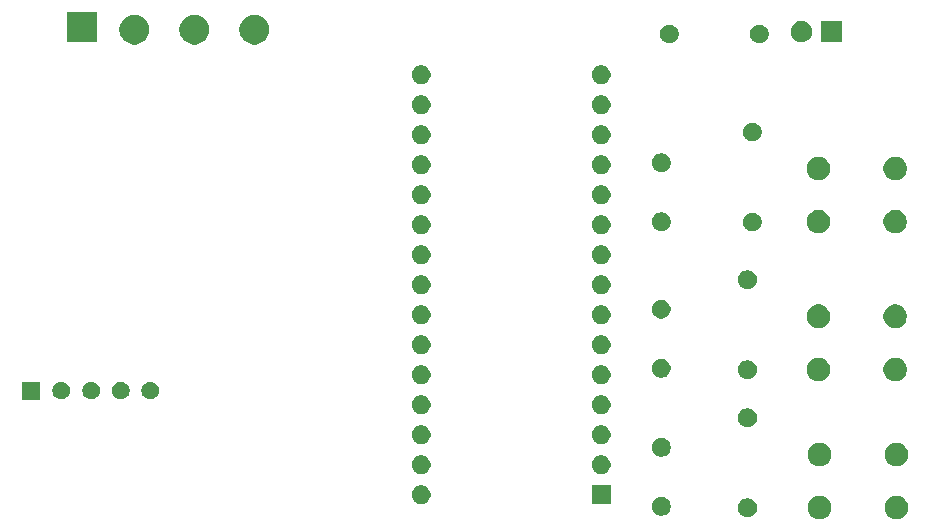
<source format=gbr>
G04 #@! TF.GenerationSoftware,KiCad,Pcbnew,9.0.2*
G04 #@! TF.CreationDate,2025-12-29T14:16:25-08:00*
G04 #@! TF.ProjectId,akshera,616b7368-6572-4612-9e6b-696361645f70,rev?*
G04 #@! TF.SameCoordinates,Original*
G04 #@! TF.FileFunction,Soldermask,Top*
G04 #@! TF.FilePolarity,Negative*
%FSLAX46Y46*%
G04 Gerber Fmt 4.6, Leading zero omitted, Abs format (unit mm)*
G04 Created by KiCad (PCBNEW 9.0.2) date 2025-12-29 14:16:25*
%MOMM*%
%LPD*%
G01*
G04 APERTURE LIST*
G04 APERTURE END LIST*
G36*
X200390285Y-101743060D02*
G01*
X200571397Y-101818079D01*
X200734393Y-101926990D01*
X200873010Y-102065607D01*
X200981921Y-102228603D01*
X201056940Y-102409715D01*
X201095185Y-102601983D01*
X201095185Y-102798017D01*
X201056940Y-102990285D01*
X200981921Y-103171397D01*
X200873010Y-103334393D01*
X200734393Y-103473010D01*
X200571397Y-103581921D01*
X200390285Y-103656940D01*
X200198017Y-103695185D01*
X200001983Y-103695185D01*
X199809715Y-103656940D01*
X199628603Y-103581921D01*
X199465607Y-103473010D01*
X199326990Y-103334393D01*
X199218079Y-103171397D01*
X199143060Y-102990285D01*
X199104815Y-102798017D01*
X199104815Y-102601983D01*
X199143060Y-102409715D01*
X199218079Y-102228603D01*
X199326990Y-102065607D01*
X199465607Y-101926990D01*
X199628603Y-101818079D01*
X199809715Y-101743060D01*
X200001983Y-101704815D01*
X200198017Y-101704815D01*
X200390285Y-101743060D01*
G37*
G36*
X206890285Y-101743060D02*
G01*
X207071397Y-101818079D01*
X207234393Y-101926990D01*
X207373010Y-102065607D01*
X207481921Y-102228603D01*
X207556940Y-102409715D01*
X207595185Y-102601983D01*
X207595185Y-102798017D01*
X207556940Y-102990285D01*
X207481921Y-103171397D01*
X207373010Y-103334393D01*
X207234393Y-103473010D01*
X207071397Y-103581921D01*
X206890285Y-103656940D01*
X206698017Y-103695185D01*
X206501983Y-103695185D01*
X206309715Y-103656940D01*
X206128603Y-103581921D01*
X205965607Y-103473010D01*
X205826990Y-103334393D01*
X205718079Y-103171397D01*
X205643060Y-102990285D01*
X205604815Y-102798017D01*
X205604815Y-102601983D01*
X205643060Y-102409715D01*
X205718079Y-102228603D01*
X205826990Y-102065607D01*
X205965607Y-101926990D01*
X206128603Y-101818079D01*
X206309715Y-101743060D01*
X206501983Y-101704815D01*
X206698017Y-101704815D01*
X206890285Y-101743060D01*
G37*
G36*
X194232228Y-101954448D02*
G01*
X194377117Y-102014463D01*
X194507515Y-102101592D01*
X194618408Y-102212485D01*
X194705537Y-102342883D01*
X194765552Y-102487772D01*
X194796148Y-102641586D01*
X194796148Y-102798414D01*
X194765552Y-102952228D01*
X194705537Y-103097117D01*
X194618408Y-103227515D01*
X194507515Y-103338408D01*
X194377117Y-103425537D01*
X194232228Y-103485552D01*
X194078414Y-103516148D01*
X193921586Y-103516148D01*
X193767772Y-103485552D01*
X193622883Y-103425537D01*
X193492485Y-103338408D01*
X193381592Y-103227515D01*
X193294463Y-103097117D01*
X193234448Y-102952228D01*
X193203852Y-102798414D01*
X193203852Y-102641586D01*
X193234448Y-102487772D01*
X193294463Y-102342883D01*
X193381592Y-102212485D01*
X193492485Y-102101592D01*
X193622883Y-102014463D01*
X193767772Y-101954448D01*
X193921586Y-101923852D01*
X194078414Y-101923852D01*
X194232228Y-101954448D01*
G37*
G36*
X186932228Y-101834448D02*
G01*
X187077117Y-101894463D01*
X187207515Y-101981592D01*
X187318408Y-102092485D01*
X187405537Y-102222883D01*
X187465552Y-102367772D01*
X187496148Y-102521586D01*
X187496148Y-102678414D01*
X187465552Y-102832228D01*
X187405537Y-102977117D01*
X187318408Y-103107515D01*
X187207515Y-103218408D01*
X187077117Y-103305537D01*
X186932228Y-103365552D01*
X186778414Y-103396148D01*
X186621586Y-103396148D01*
X186467772Y-103365552D01*
X186322883Y-103305537D01*
X186192485Y-103218408D01*
X186081592Y-103107515D01*
X185994463Y-102977117D01*
X185934448Y-102832228D01*
X185903852Y-102678414D01*
X185903852Y-102521586D01*
X185934448Y-102367772D01*
X185994463Y-102222883D01*
X186081592Y-102092485D01*
X186192485Y-101981592D01*
X186322883Y-101894463D01*
X186467772Y-101834448D01*
X186621586Y-101803852D01*
X186778414Y-101803852D01*
X186932228Y-101834448D01*
G37*
G36*
X182410000Y-102400000D02*
G01*
X180810000Y-102400000D01*
X180810000Y-100800000D01*
X182410000Y-100800000D01*
X182410000Y-102400000D01*
G37*
G36*
X166602228Y-100834448D02*
G01*
X166747117Y-100894463D01*
X166877515Y-100981592D01*
X166988408Y-101092485D01*
X167075537Y-101222883D01*
X167135552Y-101367772D01*
X167166148Y-101521586D01*
X167166148Y-101678414D01*
X167135552Y-101832228D01*
X167075537Y-101977117D01*
X166988408Y-102107515D01*
X166877515Y-102218408D01*
X166747117Y-102305537D01*
X166602228Y-102365552D01*
X166448414Y-102396148D01*
X166291586Y-102396148D01*
X166137772Y-102365552D01*
X165992883Y-102305537D01*
X165862485Y-102218408D01*
X165751592Y-102107515D01*
X165664463Y-101977117D01*
X165604448Y-101832228D01*
X165573852Y-101678414D01*
X165573852Y-101521586D01*
X165604448Y-101367772D01*
X165664463Y-101222883D01*
X165751592Y-101092485D01*
X165862485Y-100981592D01*
X165992883Y-100894463D01*
X166137772Y-100834448D01*
X166291586Y-100803852D01*
X166448414Y-100803852D01*
X166602228Y-100834448D01*
G37*
G36*
X166602228Y-98294448D02*
G01*
X166747117Y-98354463D01*
X166877515Y-98441592D01*
X166988408Y-98552485D01*
X167075537Y-98682883D01*
X167135552Y-98827772D01*
X167166148Y-98981586D01*
X167166148Y-99138414D01*
X167135552Y-99292228D01*
X167075537Y-99437117D01*
X166988408Y-99567515D01*
X166877515Y-99678408D01*
X166747117Y-99765537D01*
X166602228Y-99825552D01*
X166448414Y-99856148D01*
X166291586Y-99856148D01*
X166137772Y-99825552D01*
X165992883Y-99765537D01*
X165862485Y-99678408D01*
X165751592Y-99567515D01*
X165664463Y-99437117D01*
X165604448Y-99292228D01*
X165573852Y-99138414D01*
X165573852Y-98981586D01*
X165604448Y-98827772D01*
X165664463Y-98682883D01*
X165751592Y-98552485D01*
X165862485Y-98441592D01*
X165992883Y-98354463D01*
X166137772Y-98294448D01*
X166291586Y-98263852D01*
X166448414Y-98263852D01*
X166602228Y-98294448D01*
G37*
G36*
X181842228Y-98294448D02*
G01*
X181987117Y-98354463D01*
X182117515Y-98441592D01*
X182228408Y-98552485D01*
X182315537Y-98682883D01*
X182375552Y-98827772D01*
X182406148Y-98981586D01*
X182406148Y-99138414D01*
X182375552Y-99292228D01*
X182315537Y-99437117D01*
X182228408Y-99567515D01*
X182117515Y-99678408D01*
X181987117Y-99765537D01*
X181842228Y-99825552D01*
X181688414Y-99856148D01*
X181531586Y-99856148D01*
X181377772Y-99825552D01*
X181232883Y-99765537D01*
X181102485Y-99678408D01*
X180991592Y-99567515D01*
X180904463Y-99437117D01*
X180844448Y-99292228D01*
X180813852Y-99138414D01*
X180813852Y-98981586D01*
X180844448Y-98827772D01*
X180904463Y-98682883D01*
X180991592Y-98552485D01*
X181102485Y-98441592D01*
X181232883Y-98354463D01*
X181377772Y-98294448D01*
X181531586Y-98263852D01*
X181688414Y-98263852D01*
X181842228Y-98294448D01*
G37*
G36*
X200390285Y-97243060D02*
G01*
X200571397Y-97318079D01*
X200734393Y-97426990D01*
X200873010Y-97565607D01*
X200981921Y-97728603D01*
X201056940Y-97909715D01*
X201095185Y-98101983D01*
X201095185Y-98298017D01*
X201056940Y-98490285D01*
X200981921Y-98671397D01*
X200873010Y-98834393D01*
X200734393Y-98973010D01*
X200571397Y-99081921D01*
X200390285Y-99156940D01*
X200198017Y-99195185D01*
X200001983Y-99195185D01*
X199809715Y-99156940D01*
X199628603Y-99081921D01*
X199465607Y-98973010D01*
X199326990Y-98834393D01*
X199218079Y-98671397D01*
X199143060Y-98490285D01*
X199104815Y-98298017D01*
X199104815Y-98101983D01*
X199143060Y-97909715D01*
X199218079Y-97728603D01*
X199326990Y-97565607D01*
X199465607Y-97426990D01*
X199628603Y-97318079D01*
X199809715Y-97243060D01*
X200001983Y-97204815D01*
X200198017Y-97204815D01*
X200390285Y-97243060D01*
G37*
G36*
X206890285Y-97243060D02*
G01*
X207071397Y-97318079D01*
X207234393Y-97426990D01*
X207373010Y-97565607D01*
X207481921Y-97728603D01*
X207556940Y-97909715D01*
X207595185Y-98101983D01*
X207595185Y-98298017D01*
X207556940Y-98490285D01*
X207481921Y-98671397D01*
X207373010Y-98834393D01*
X207234393Y-98973010D01*
X207071397Y-99081921D01*
X206890285Y-99156940D01*
X206698017Y-99195185D01*
X206501983Y-99195185D01*
X206309715Y-99156940D01*
X206128603Y-99081921D01*
X205965607Y-98973010D01*
X205826990Y-98834393D01*
X205718079Y-98671397D01*
X205643060Y-98490285D01*
X205604815Y-98298017D01*
X205604815Y-98101983D01*
X205643060Y-97909715D01*
X205718079Y-97728603D01*
X205826990Y-97565607D01*
X205965607Y-97426990D01*
X206128603Y-97318079D01*
X206309715Y-97243060D01*
X206501983Y-97204815D01*
X206698017Y-97204815D01*
X206890285Y-97243060D01*
G37*
G36*
X186932228Y-96834448D02*
G01*
X187077117Y-96894463D01*
X187207515Y-96981592D01*
X187318408Y-97092485D01*
X187405537Y-97222883D01*
X187465552Y-97367772D01*
X187496148Y-97521586D01*
X187496148Y-97678414D01*
X187465552Y-97832228D01*
X187405537Y-97977117D01*
X187318408Y-98107515D01*
X187207515Y-98218408D01*
X187077117Y-98305537D01*
X186932228Y-98365552D01*
X186778414Y-98396148D01*
X186621586Y-98396148D01*
X186467772Y-98365552D01*
X186322883Y-98305537D01*
X186192485Y-98218408D01*
X186081592Y-98107515D01*
X185994463Y-97977117D01*
X185934448Y-97832228D01*
X185903852Y-97678414D01*
X185903852Y-97521586D01*
X185934448Y-97367772D01*
X185994463Y-97222883D01*
X186081592Y-97092485D01*
X186192485Y-96981592D01*
X186322883Y-96894463D01*
X186467772Y-96834448D01*
X186621586Y-96803852D01*
X186778414Y-96803852D01*
X186932228Y-96834448D01*
G37*
G36*
X166602228Y-95754448D02*
G01*
X166747117Y-95814463D01*
X166877515Y-95901592D01*
X166988408Y-96012485D01*
X167075537Y-96142883D01*
X167135552Y-96287772D01*
X167166148Y-96441586D01*
X167166148Y-96598414D01*
X167135552Y-96752228D01*
X167075537Y-96897117D01*
X166988408Y-97027515D01*
X166877515Y-97138408D01*
X166747117Y-97225537D01*
X166602228Y-97285552D01*
X166448414Y-97316148D01*
X166291586Y-97316148D01*
X166137772Y-97285552D01*
X165992883Y-97225537D01*
X165862485Y-97138408D01*
X165751592Y-97027515D01*
X165664463Y-96897117D01*
X165604448Y-96752228D01*
X165573852Y-96598414D01*
X165573852Y-96441586D01*
X165604448Y-96287772D01*
X165664463Y-96142883D01*
X165751592Y-96012485D01*
X165862485Y-95901592D01*
X165992883Y-95814463D01*
X166137772Y-95754448D01*
X166291586Y-95723852D01*
X166448414Y-95723852D01*
X166602228Y-95754448D01*
G37*
G36*
X181842228Y-95754448D02*
G01*
X181987117Y-95814463D01*
X182117515Y-95901592D01*
X182228408Y-96012485D01*
X182315537Y-96142883D01*
X182375552Y-96287772D01*
X182406148Y-96441586D01*
X182406148Y-96598414D01*
X182375552Y-96752228D01*
X182315537Y-96897117D01*
X182228408Y-97027515D01*
X182117515Y-97138408D01*
X181987117Y-97225537D01*
X181842228Y-97285552D01*
X181688414Y-97316148D01*
X181531586Y-97316148D01*
X181377772Y-97285552D01*
X181232883Y-97225537D01*
X181102485Y-97138408D01*
X180991592Y-97027515D01*
X180904463Y-96897117D01*
X180844448Y-96752228D01*
X180813852Y-96598414D01*
X180813852Y-96441586D01*
X180844448Y-96287772D01*
X180904463Y-96142883D01*
X180991592Y-96012485D01*
X181102485Y-95901592D01*
X181232883Y-95814463D01*
X181377772Y-95754448D01*
X181531586Y-95723852D01*
X181688414Y-95723852D01*
X181842228Y-95754448D01*
G37*
G36*
X194232228Y-94334448D02*
G01*
X194377117Y-94394463D01*
X194507515Y-94481592D01*
X194618408Y-94592485D01*
X194705537Y-94722883D01*
X194765552Y-94867772D01*
X194796148Y-95021586D01*
X194796148Y-95178414D01*
X194765552Y-95332228D01*
X194705537Y-95477117D01*
X194618408Y-95607515D01*
X194507515Y-95718408D01*
X194377117Y-95805537D01*
X194232228Y-95865552D01*
X194078414Y-95896148D01*
X193921586Y-95896148D01*
X193767772Y-95865552D01*
X193622883Y-95805537D01*
X193492485Y-95718408D01*
X193381592Y-95607515D01*
X193294463Y-95477117D01*
X193234448Y-95332228D01*
X193203852Y-95178414D01*
X193203852Y-95021586D01*
X193234448Y-94867772D01*
X193294463Y-94722883D01*
X193381592Y-94592485D01*
X193492485Y-94481592D01*
X193622883Y-94394463D01*
X193767772Y-94334448D01*
X193921586Y-94303852D01*
X194078414Y-94303852D01*
X194232228Y-94334448D01*
G37*
G36*
X166602228Y-93214448D02*
G01*
X166747117Y-93274463D01*
X166877515Y-93361592D01*
X166988408Y-93472485D01*
X167075537Y-93602883D01*
X167135552Y-93747772D01*
X167166148Y-93901586D01*
X167166148Y-94058414D01*
X167135552Y-94212228D01*
X167075537Y-94357117D01*
X166988408Y-94487515D01*
X166877515Y-94598408D01*
X166747117Y-94685537D01*
X166602228Y-94745552D01*
X166448414Y-94776148D01*
X166291586Y-94776148D01*
X166137772Y-94745552D01*
X165992883Y-94685537D01*
X165862485Y-94598408D01*
X165751592Y-94487515D01*
X165664463Y-94357117D01*
X165604448Y-94212228D01*
X165573852Y-94058414D01*
X165573852Y-93901586D01*
X165604448Y-93747772D01*
X165664463Y-93602883D01*
X165751592Y-93472485D01*
X165862485Y-93361592D01*
X165992883Y-93274463D01*
X166137772Y-93214448D01*
X166291586Y-93183852D01*
X166448414Y-93183852D01*
X166602228Y-93214448D01*
G37*
G36*
X181842228Y-93214448D02*
G01*
X181987117Y-93274463D01*
X182117515Y-93361592D01*
X182228408Y-93472485D01*
X182315537Y-93602883D01*
X182375552Y-93747772D01*
X182406148Y-93901586D01*
X182406148Y-94058414D01*
X182375552Y-94212228D01*
X182315537Y-94357117D01*
X182228408Y-94487515D01*
X182117515Y-94598408D01*
X181987117Y-94685537D01*
X181842228Y-94745552D01*
X181688414Y-94776148D01*
X181531586Y-94776148D01*
X181377772Y-94745552D01*
X181232883Y-94685537D01*
X181102485Y-94598408D01*
X180991592Y-94487515D01*
X180904463Y-94357117D01*
X180844448Y-94212228D01*
X180813852Y-94058414D01*
X180813852Y-93901586D01*
X180844448Y-93747772D01*
X180904463Y-93602883D01*
X180991592Y-93472485D01*
X181102485Y-93361592D01*
X181232883Y-93274463D01*
X181377772Y-93214448D01*
X181531586Y-93183852D01*
X181688414Y-93183852D01*
X181842228Y-93214448D01*
G37*
G36*
X134112000Y-93552000D02*
G01*
X132588000Y-93552000D01*
X132588000Y-92028000D01*
X134112000Y-92028000D01*
X134112000Y-93552000D01*
G37*
G36*
X136111197Y-92060811D02*
G01*
X136249204Y-92117976D01*
X136373408Y-92200966D01*
X136479034Y-92306592D01*
X136562024Y-92430796D01*
X136619189Y-92568803D01*
X136648331Y-92715311D01*
X136648331Y-92864689D01*
X136619189Y-93011197D01*
X136562024Y-93149204D01*
X136479034Y-93273408D01*
X136373408Y-93379034D01*
X136249204Y-93462024D01*
X136111197Y-93519189D01*
X135964689Y-93548331D01*
X135815311Y-93548331D01*
X135668803Y-93519189D01*
X135530796Y-93462024D01*
X135406592Y-93379034D01*
X135300966Y-93273408D01*
X135217976Y-93149204D01*
X135160811Y-93011197D01*
X135131669Y-92864689D01*
X135131669Y-92715311D01*
X135160811Y-92568803D01*
X135217976Y-92430796D01*
X135300966Y-92306592D01*
X135406592Y-92200966D01*
X135530796Y-92117976D01*
X135668803Y-92060811D01*
X135815311Y-92031669D01*
X135964689Y-92031669D01*
X136111197Y-92060811D01*
G37*
G36*
X138651197Y-92060811D02*
G01*
X138789204Y-92117976D01*
X138913408Y-92200966D01*
X139019034Y-92306592D01*
X139102024Y-92430796D01*
X139159189Y-92568803D01*
X139188331Y-92715311D01*
X139188331Y-92864689D01*
X139159189Y-93011197D01*
X139102024Y-93149204D01*
X139019034Y-93273408D01*
X138913408Y-93379034D01*
X138789204Y-93462024D01*
X138651197Y-93519189D01*
X138504689Y-93548331D01*
X138355311Y-93548331D01*
X138208803Y-93519189D01*
X138070796Y-93462024D01*
X137946592Y-93379034D01*
X137840966Y-93273408D01*
X137757976Y-93149204D01*
X137700811Y-93011197D01*
X137671669Y-92864689D01*
X137671669Y-92715311D01*
X137700811Y-92568803D01*
X137757976Y-92430796D01*
X137840966Y-92306592D01*
X137946592Y-92200966D01*
X138070796Y-92117976D01*
X138208803Y-92060811D01*
X138355311Y-92031669D01*
X138504689Y-92031669D01*
X138651197Y-92060811D01*
G37*
G36*
X141151197Y-92060811D02*
G01*
X141289204Y-92117976D01*
X141413408Y-92200966D01*
X141519034Y-92306592D01*
X141602024Y-92430796D01*
X141659189Y-92568803D01*
X141688331Y-92715311D01*
X141688331Y-92864689D01*
X141659189Y-93011197D01*
X141602024Y-93149204D01*
X141519034Y-93273408D01*
X141413408Y-93379034D01*
X141289204Y-93462024D01*
X141151197Y-93519189D01*
X141004689Y-93548331D01*
X140855311Y-93548331D01*
X140708803Y-93519189D01*
X140570796Y-93462024D01*
X140446592Y-93379034D01*
X140340966Y-93273408D01*
X140257976Y-93149204D01*
X140200811Y-93011197D01*
X140171669Y-92864689D01*
X140171669Y-92715311D01*
X140200811Y-92568803D01*
X140257976Y-92430796D01*
X140340966Y-92306592D01*
X140446592Y-92200966D01*
X140570796Y-92117976D01*
X140708803Y-92060811D01*
X140855311Y-92031669D01*
X141004689Y-92031669D01*
X141151197Y-92060811D01*
G37*
G36*
X143651197Y-92060811D02*
G01*
X143789204Y-92117976D01*
X143913408Y-92200966D01*
X144019034Y-92306592D01*
X144102024Y-92430796D01*
X144159189Y-92568803D01*
X144188331Y-92715311D01*
X144188331Y-92864689D01*
X144159189Y-93011197D01*
X144102024Y-93149204D01*
X144019034Y-93273408D01*
X143913408Y-93379034D01*
X143789204Y-93462024D01*
X143651197Y-93519189D01*
X143504689Y-93548331D01*
X143355311Y-93548331D01*
X143208803Y-93519189D01*
X143070796Y-93462024D01*
X142946592Y-93379034D01*
X142840966Y-93273408D01*
X142757976Y-93149204D01*
X142700811Y-93011197D01*
X142671669Y-92864689D01*
X142671669Y-92715311D01*
X142700811Y-92568803D01*
X142757976Y-92430796D01*
X142840966Y-92306592D01*
X142946592Y-92200966D01*
X143070796Y-92117976D01*
X143208803Y-92060811D01*
X143355311Y-92031669D01*
X143504689Y-92031669D01*
X143651197Y-92060811D01*
G37*
G36*
X166602228Y-90674448D02*
G01*
X166747117Y-90734463D01*
X166877515Y-90821592D01*
X166988408Y-90932485D01*
X167075537Y-91062883D01*
X167135552Y-91207772D01*
X167166148Y-91361586D01*
X167166148Y-91518414D01*
X167135552Y-91672228D01*
X167075537Y-91817117D01*
X166988408Y-91947515D01*
X166877515Y-92058408D01*
X166747117Y-92145537D01*
X166602228Y-92205552D01*
X166448414Y-92236148D01*
X166291586Y-92236148D01*
X166137772Y-92205552D01*
X165992883Y-92145537D01*
X165862485Y-92058408D01*
X165751592Y-91947515D01*
X165664463Y-91817117D01*
X165604448Y-91672228D01*
X165573852Y-91518414D01*
X165573852Y-91361586D01*
X165604448Y-91207772D01*
X165664463Y-91062883D01*
X165751592Y-90932485D01*
X165862485Y-90821592D01*
X165992883Y-90734463D01*
X166137772Y-90674448D01*
X166291586Y-90643852D01*
X166448414Y-90643852D01*
X166602228Y-90674448D01*
G37*
G36*
X181842228Y-90674448D02*
G01*
X181987117Y-90734463D01*
X182117515Y-90821592D01*
X182228408Y-90932485D01*
X182315537Y-91062883D01*
X182375552Y-91207772D01*
X182406148Y-91361586D01*
X182406148Y-91518414D01*
X182375552Y-91672228D01*
X182315537Y-91817117D01*
X182228408Y-91947515D01*
X182117515Y-92058408D01*
X181987117Y-92145537D01*
X181842228Y-92205552D01*
X181688414Y-92236148D01*
X181531586Y-92236148D01*
X181377772Y-92205552D01*
X181232883Y-92145537D01*
X181102485Y-92058408D01*
X180991592Y-91947515D01*
X180904463Y-91817117D01*
X180844448Y-91672228D01*
X180813852Y-91518414D01*
X180813852Y-91361586D01*
X180844448Y-91207772D01*
X180904463Y-91062883D01*
X180991592Y-90932485D01*
X181102485Y-90821592D01*
X181232883Y-90734463D01*
X181377772Y-90674448D01*
X181531586Y-90643852D01*
X181688414Y-90643852D01*
X181842228Y-90674448D01*
G37*
G36*
X200290285Y-90043060D02*
G01*
X200471397Y-90118079D01*
X200634393Y-90226990D01*
X200773010Y-90365607D01*
X200881921Y-90528603D01*
X200956940Y-90709715D01*
X200995185Y-90901983D01*
X200995185Y-91098017D01*
X200956940Y-91290285D01*
X200881921Y-91471397D01*
X200773010Y-91634393D01*
X200634393Y-91773010D01*
X200471397Y-91881921D01*
X200290285Y-91956940D01*
X200098017Y-91995185D01*
X199901983Y-91995185D01*
X199709715Y-91956940D01*
X199528603Y-91881921D01*
X199365607Y-91773010D01*
X199226990Y-91634393D01*
X199118079Y-91471397D01*
X199043060Y-91290285D01*
X199004815Y-91098017D01*
X199004815Y-90901983D01*
X199043060Y-90709715D01*
X199118079Y-90528603D01*
X199226990Y-90365607D01*
X199365607Y-90226990D01*
X199528603Y-90118079D01*
X199709715Y-90043060D01*
X199901983Y-90004815D01*
X200098017Y-90004815D01*
X200290285Y-90043060D01*
G37*
G36*
X206790285Y-90043060D02*
G01*
X206971397Y-90118079D01*
X207134393Y-90226990D01*
X207273010Y-90365607D01*
X207381921Y-90528603D01*
X207456940Y-90709715D01*
X207495185Y-90901983D01*
X207495185Y-91098017D01*
X207456940Y-91290285D01*
X207381921Y-91471397D01*
X207273010Y-91634393D01*
X207134393Y-91773010D01*
X206971397Y-91881921D01*
X206790285Y-91956940D01*
X206598017Y-91995185D01*
X206401983Y-91995185D01*
X206209715Y-91956940D01*
X206028603Y-91881921D01*
X205865607Y-91773010D01*
X205726990Y-91634393D01*
X205618079Y-91471397D01*
X205543060Y-91290285D01*
X205504815Y-91098017D01*
X205504815Y-90901983D01*
X205543060Y-90709715D01*
X205618079Y-90528603D01*
X205726990Y-90365607D01*
X205865607Y-90226990D01*
X206028603Y-90118079D01*
X206209715Y-90043060D01*
X206401983Y-90004815D01*
X206598017Y-90004815D01*
X206790285Y-90043060D01*
G37*
G36*
X194232228Y-90254448D02*
G01*
X194377117Y-90314463D01*
X194507515Y-90401592D01*
X194618408Y-90512485D01*
X194705537Y-90642883D01*
X194765552Y-90787772D01*
X194796148Y-90941586D01*
X194796148Y-91098414D01*
X194765552Y-91252228D01*
X194705537Y-91397117D01*
X194618408Y-91527515D01*
X194507515Y-91638408D01*
X194377117Y-91725537D01*
X194232228Y-91785552D01*
X194078414Y-91816148D01*
X193921586Y-91816148D01*
X193767772Y-91785552D01*
X193622883Y-91725537D01*
X193492485Y-91638408D01*
X193381592Y-91527515D01*
X193294463Y-91397117D01*
X193234448Y-91252228D01*
X193203852Y-91098414D01*
X193203852Y-90941586D01*
X193234448Y-90787772D01*
X193294463Y-90642883D01*
X193381592Y-90512485D01*
X193492485Y-90401592D01*
X193622883Y-90314463D01*
X193767772Y-90254448D01*
X193921586Y-90223852D01*
X194078414Y-90223852D01*
X194232228Y-90254448D01*
G37*
G36*
X186922228Y-90134448D02*
G01*
X187067117Y-90194463D01*
X187197515Y-90281592D01*
X187308408Y-90392485D01*
X187395537Y-90522883D01*
X187455552Y-90667772D01*
X187486148Y-90821586D01*
X187486148Y-90978414D01*
X187455552Y-91132228D01*
X187395537Y-91277117D01*
X187308408Y-91407515D01*
X187197515Y-91518408D01*
X187067117Y-91605537D01*
X186922228Y-91665552D01*
X186768414Y-91696148D01*
X186611586Y-91696148D01*
X186457772Y-91665552D01*
X186312883Y-91605537D01*
X186182485Y-91518408D01*
X186071592Y-91407515D01*
X185984463Y-91277117D01*
X185924448Y-91132228D01*
X185893852Y-90978414D01*
X185893852Y-90821586D01*
X185924448Y-90667772D01*
X185984463Y-90522883D01*
X186071592Y-90392485D01*
X186182485Y-90281592D01*
X186312883Y-90194463D01*
X186457772Y-90134448D01*
X186611586Y-90103852D01*
X186768414Y-90103852D01*
X186922228Y-90134448D01*
G37*
G36*
X166602228Y-88134448D02*
G01*
X166747117Y-88194463D01*
X166877515Y-88281592D01*
X166988408Y-88392485D01*
X167075537Y-88522883D01*
X167135552Y-88667772D01*
X167166148Y-88821586D01*
X167166148Y-88978414D01*
X167135552Y-89132228D01*
X167075537Y-89277117D01*
X166988408Y-89407515D01*
X166877515Y-89518408D01*
X166747117Y-89605537D01*
X166602228Y-89665552D01*
X166448414Y-89696148D01*
X166291586Y-89696148D01*
X166137772Y-89665552D01*
X165992883Y-89605537D01*
X165862485Y-89518408D01*
X165751592Y-89407515D01*
X165664463Y-89277117D01*
X165604448Y-89132228D01*
X165573852Y-88978414D01*
X165573852Y-88821586D01*
X165604448Y-88667772D01*
X165664463Y-88522883D01*
X165751592Y-88392485D01*
X165862485Y-88281592D01*
X165992883Y-88194463D01*
X166137772Y-88134448D01*
X166291586Y-88103852D01*
X166448414Y-88103852D01*
X166602228Y-88134448D01*
G37*
G36*
X181842228Y-88134448D02*
G01*
X181987117Y-88194463D01*
X182117515Y-88281592D01*
X182228408Y-88392485D01*
X182315537Y-88522883D01*
X182375552Y-88667772D01*
X182406148Y-88821586D01*
X182406148Y-88978414D01*
X182375552Y-89132228D01*
X182315537Y-89277117D01*
X182228408Y-89407515D01*
X182117515Y-89518408D01*
X181987117Y-89605537D01*
X181842228Y-89665552D01*
X181688414Y-89696148D01*
X181531586Y-89696148D01*
X181377772Y-89665552D01*
X181232883Y-89605537D01*
X181102485Y-89518408D01*
X180991592Y-89407515D01*
X180904463Y-89277117D01*
X180844448Y-89132228D01*
X180813852Y-88978414D01*
X180813852Y-88821586D01*
X180844448Y-88667772D01*
X180904463Y-88522883D01*
X180991592Y-88392485D01*
X181102485Y-88281592D01*
X181232883Y-88194463D01*
X181377772Y-88134448D01*
X181531586Y-88103852D01*
X181688414Y-88103852D01*
X181842228Y-88134448D01*
G37*
G36*
X200290285Y-85543060D02*
G01*
X200471397Y-85618079D01*
X200634393Y-85726990D01*
X200773010Y-85865607D01*
X200881921Y-86028603D01*
X200956940Y-86209715D01*
X200995185Y-86401983D01*
X200995185Y-86598017D01*
X200956940Y-86790285D01*
X200881921Y-86971397D01*
X200773010Y-87134393D01*
X200634393Y-87273010D01*
X200471397Y-87381921D01*
X200290285Y-87456940D01*
X200098017Y-87495185D01*
X199901983Y-87495185D01*
X199709715Y-87456940D01*
X199528603Y-87381921D01*
X199365607Y-87273010D01*
X199226990Y-87134393D01*
X199118079Y-86971397D01*
X199043060Y-86790285D01*
X199004815Y-86598017D01*
X199004815Y-86401983D01*
X199043060Y-86209715D01*
X199118079Y-86028603D01*
X199226990Y-85865607D01*
X199365607Y-85726990D01*
X199528603Y-85618079D01*
X199709715Y-85543060D01*
X199901983Y-85504815D01*
X200098017Y-85504815D01*
X200290285Y-85543060D01*
G37*
G36*
X206790285Y-85543060D02*
G01*
X206971397Y-85618079D01*
X207134393Y-85726990D01*
X207273010Y-85865607D01*
X207381921Y-86028603D01*
X207456940Y-86209715D01*
X207495185Y-86401983D01*
X207495185Y-86598017D01*
X207456940Y-86790285D01*
X207381921Y-86971397D01*
X207273010Y-87134393D01*
X207134393Y-87273010D01*
X206971397Y-87381921D01*
X206790285Y-87456940D01*
X206598017Y-87495185D01*
X206401983Y-87495185D01*
X206209715Y-87456940D01*
X206028603Y-87381921D01*
X205865607Y-87273010D01*
X205726990Y-87134393D01*
X205618079Y-86971397D01*
X205543060Y-86790285D01*
X205504815Y-86598017D01*
X205504815Y-86401983D01*
X205543060Y-86209715D01*
X205618079Y-86028603D01*
X205726990Y-85865607D01*
X205865607Y-85726990D01*
X206028603Y-85618079D01*
X206209715Y-85543060D01*
X206401983Y-85504815D01*
X206598017Y-85504815D01*
X206790285Y-85543060D01*
G37*
G36*
X166602228Y-85594448D02*
G01*
X166747117Y-85654463D01*
X166877515Y-85741592D01*
X166988408Y-85852485D01*
X167075537Y-85982883D01*
X167135552Y-86127772D01*
X167166148Y-86281586D01*
X167166148Y-86438414D01*
X167135552Y-86592228D01*
X167075537Y-86737117D01*
X166988408Y-86867515D01*
X166877515Y-86978408D01*
X166747117Y-87065537D01*
X166602228Y-87125552D01*
X166448414Y-87156148D01*
X166291586Y-87156148D01*
X166137772Y-87125552D01*
X165992883Y-87065537D01*
X165862485Y-86978408D01*
X165751592Y-86867515D01*
X165664463Y-86737117D01*
X165604448Y-86592228D01*
X165573852Y-86438414D01*
X165573852Y-86281586D01*
X165604448Y-86127772D01*
X165664463Y-85982883D01*
X165751592Y-85852485D01*
X165862485Y-85741592D01*
X165992883Y-85654463D01*
X166137772Y-85594448D01*
X166291586Y-85563852D01*
X166448414Y-85563852D01*
X166602228Y-85594448D01*
G37*
G36*
X181842228Y-85594448D02*
G01*
X181987117Y-85654463D01*
X182117515Y-85741592D01*
X182228408Y-85852485D01*
X182315537Y-85982883D01*
X182375552Y-86127772D01*
X182406148Y-86281586D01*
X182406148Y-86438414D01*
X182375552Y-86592228D01*
X182315537Y-86737117D01*
X182228408Y-86867515D01*
X182117515Y-86978408D01*
X181987117Y-87065537D01*
X181842228Y-87125552D01*
X181688414Y-87156148D01*
X181531586Y-87156148D01*
X181377772Y-87125552D01*
X181232883Y-87065537D01*
X181102485Y-86978408D01*
X180991592Y-86867515D01*
X180904463Y-86737117D01*
X180844448Y-86592228D01*
X180813852Y-86438414D01*
X180813852Y-86281586D01*
X180844448Y-86127772D01*
X180904463Y-85982883D01*
X180991592Y-85852485D01*
X181102485Y-85741592D01*
X181232883Y-85654463D01*
X181377772Y-85594448D01*
X181531586Y-85563852D01*
X181688414Y-85563852D01*
X181842228Y-85594448D01*
G37*
G36*
X186922228Y-85134448D02*
G01*
X187067117Y-85194463D01*
X187197515Y-85281592D01*
X187308408Y-85392485D01*
X187395537Y-85522883D01*
X187455552Y-85667772D01*
X187486148Y-85821586D01*
X187486148Y-85978414D01*
X187455552Y-86132228D01*
X187395537Y-86277117D01*
X187308408Y-86407515D01*
X187197515Y-86518408D01*
X187067117Y-86605537D01*
X186922228Y-86665552D01*
X186768414Y-86696148D01*
X186611586Y-86696148D01*
X186457772Y-86665552D01*
X186312883Y-86605537D01*
X186182485Y-86518408D01*
X186071592Y-86407515D01*
X185984463Y-86277117D01*
X185924448Y-86132228D01*
X185893852Y-85978414D01*
X185893852Y-85821586D01*
X185924448Y-85667772D01*
X185984463Y-85522883D01*
X186071592Y-85392485D01*
X186182485Y-85281592D01*
X186312883Y-85194463D01*
X186457772Y-85134448D01*
X186611586Y-85103852D01*
X186768414Y-85103852D01*
X186922228Y-85134448D01*
G37*
G36*
X166602228Y-83054448D02*
G01*
X166747117Y-83114463D01*
X166877515Y-83201592D01*
X166988408Y-83312485D01*
X167075537Y-83442883D01*
X167135552Y-83587772D01*
X167166148Y-83741586D01*
X167166148Y-83898414D01*
X167135552Y-84052228D01*
X167075537Y-84197117D01*
X166988408Y-84327515D01*
X166877515Y-84438408D01*
X166747117Y-84525537D01*
X166602228Y-84585552D01*
X166448414Y-84616148D01*
X166291586Y-84616148D01*
X166137772Y-84585552D01*
X165992883Y-84525537D01*
X165862485Y-84438408D01*
X165751592Y-84327515D01*
X165664463Y-84197117D01*
X165604448Y-84052228D01*
X165573852Y-83898414D01*
X165573852Y-83741586D01*
X165604448Y-83587772D01*
X165664463Y-83442883D01*
X165751592Y-83312485D01*
X165862485Y-83201592D01*
X165992883Y-83114463D01*
X166137772Y-83054448D01*
X166291586Y-83023852D01*
X166448414Y-83023852D01*
X166602228Y-83054448D01*
G37*
G36*
X181842228Y-83054448D02*
G01*
X181987117Y-83114463D01*
X182117515Y-83201592D01*
X182228408Y-83312485D01*
X182315537Y-83442883D01*
X182375552Y-83587772D01*
X182406148Y-83741586D01*
X182406148Y-83898414D01*
X182375552Y-84052228D01*
X182315537Y-84197117D01*
X182228408Y-84327515D01*
X182117515Y-84438408D01*
X181987117Y-84525537D01*
X181842228Y-84585552D01*
X181688414Y-84616148D01*
X181531586Y-84616148D01*
X181377772Y-84585552D01*
X181232883Y-84525537D01*
X181102485Y-84438408D01*
X180991592Y-84327515D01*
X180904463Y-84197117D01*
X180844448Y-84052228D01*
X180813852Y-83898414D01*
X180813852Y-83741586D01*
X180844448Y-83587772D01*
X180904463Y-83442883D01*
X180991592Y-83312485D01*
X181102485Y-83201592D01*
X181232883Y-83114463D01*
X181377772Y-83054448D01*
X181531586Y-83023852D01*
X181688414Y-83023852D01*
X181842228Y-83054448D01*
G37*
G36*
X194232228Y-82634448D02*
G01*
X194377117Y-82694463D01*
X194507515Y-82781592D01*
X194618408Y-82892485D01*
X194705537Y-83022883D01*
X194765552Y-83167772D01*
X194796148Y-83321586D01*
X194796148Y-83478414D01*
X194765552Y-83632228D01*
X194705537Y-83777117D01*
X194618408Y-83907515D01*
X194507515Y-84018408D01*
X194377117Y-84105537D01*
X194232228Y-84165552D01*
X194078414Y-84196148D01*
X193921586Y-84196148D01*
X193767772Y-84165552D01*
X193622883Y-84105537D01*
X193492485Y-84018408D01*
X193381592Y-83907515D01*
X193294463Y-83777117D01*
X193234448Y-83632228D01*
X193203852Y-83478414D01*
X193203852Y-83321586D01*
X193234448Y-83167772D01*
X193294463Y-83022883D01*
X193381592Y-82892485D01*
X193492485Y-82781592D01*
X193622883Y-82694463D01*
X193767772Y-82634448D01*
X193921586Y-82603852D01*
X194078414Y-82603852D01*
X194232228Y-82634448D01*
G37*
G36*
X166602228Y-80514448D02*
G01*
X166747117Y-80574463D01*
X166877515Y-80661592D01*
X166988408Y-80772485D01*
X167075537Y-80902883D01*
X167135552Y-81047772D01*
X167166148Y-81201586D01*
X167166148Y-81358414D01*
X167135552Y-81512228D01*
X167075537Y-81657117D01*
X166988408Y-81787515D01*
X166877515Y-81898408D01*
X166747117Y-81985537D01*
X166602228Y-82045552D01*
X166448414Y-82076148D01*
X166291586Y-82076148D01*
X166137772Y-82045552D01*
X165992883Y-81985537D01*
X165862485Y-81898408D01*
X165751592Y-81787515D01*
X165664463Y-81657117D01*
X165604448Y-81512228D01*
X165573852Y-81358414D01*
X165573852Y-81201586D01*
X165604448Y-81047772D01*
X165664463Y-80902883D01*
X165751592Y-80772485D01*
X165862485Y-80661592D01*
X165992883Y-80574463D01*
X166137772Y-80514448D01*
X166291586Y-80483852D01*
X166448414Y-80483852D01*
X166602228Y-80514448D01*
G37*
G36*
X181842228Y-80514448D02*
G01*
X181987117Y-80574463D01*
X182117515Y-80661592D01*
X182228408Y-80772485D01*
X182315537Y-80902883D01*
X182375552Y-81047772D01*
X182406148Y-81201586D01*
X182406148Y-81358414D01*
X182375552Y-81512228D01*
X182315537Y-81657117D01*
X182228408Y-81787515D01*
X182117515Y-81898408D01*
X181987117Y-81985537D01*
X181842228Y-82045552D01*
X181688414Y-82076148D01*
X181531586Y-82076148D01*
X181377772Y-82045552D01*
X181232883Y-81985537D01*
X181102485Y-81898408D01*
X180991592Y-81787515D01*
X180904463Y-81657117D01*
X180844448Y-81512228D01*
X180813852Y-81358414D01*
X180813852Y-81201586D01*
X180844448Y-81047772D01*
X180904463Y-80902883D01*
X180991592Y-80772485D01*
X181102485Y-80661592D01*
X181232883Y-80574463D01*
X181377772Y-80514448D01*
X181531586Y-80483852D01*
X181688414Y-80483852D01*
X181842228Y-80514448D01*
G37*
G36*
X166602228Y-77974448D02*
G01*
X166747117Y-78034463D01*
X166877515Y-78121592D01*
X166988408Y-78232485D01*
X167075537Y-78362883D01*
X167135552Y-78507772D01*
X167166148Y-78661586D01*
X167166148Y-78818414D01*
X167135552Y-78972228D01*
X167075537Y-79117117D01*
X166988408Y-79247515D01*
X166877515Y-79358408D01*
X166747117Y-79445537D01*
X166602228Y-79505552D01*
X166448414Y-79536148D01*
X166291586Y-79536148D01*
X166137772Y-79505552D01*
X165992883Y-79445537D01*
X165862485Y-79358408D01*
X165751592Y-79247515D01*
X165664463Y-79117117D01*
X165604448Y-78972228D01*
X165573852Y-78818414D01*
X165573852Y-78661586D01*
X165604448Y-78507772D01*
X165664463Y-78362883D01*
X165751592Y-78232485D01*
X165862485Y-78121592D01*
X165992883Y-78034463D01*
X166137772Y-77974448D01*
X166291586Y-77943852D01*
X166448414Y-77943852D01*
X166602228Y-77974448D01*
G37*
G36*
X181842228Y-77974448D02*
G01*
X181987117Y-78034463D01*
X182117515Y-78121592D01*
X182228408Y-78232485D01*
X182315537Y-78362883D01*
X182375552Y-78507772D01*
X182406148Y-78661586D01*
X182406148Y-78818414D01*
X182375552Y-78972228D01*
X182315537Y-79117117D01*
X182228408Y-79247515D01*
X182117515Y-79358408D01*
X181987117Y-79445537D01*
X181842228Y-79505552D01*
X181688414Y-79536148D01*
X181531586Y-79536148D01*
X181377772Y-79505552D01*
X181232883Y-79445537D01*
X181102485Y-79358408D01*
X180991592Y-79247515D01*
X180904463Y-79117117D01*
X180844448Y-78972228D01*
X180813852Y-78818414D01*
X180813852Y-78661586D01*
X180844448Y-78507772D01*
X180904463Y-78362883D01*
X180991592Y-78232485D01*
X181102485Y-78121592D01*
X181232883Y-78034463D01*
X181377772Y-77974448D01*
X181531586Y-77943852D01*
X181688414Y-77943852D01*
X181842228Y-77974448D01*
G37*
G36*
X200290285Y-77543060D02*
G01*
X200471397Y-77618079D01*
X200634393Y-77726990D01*
X200773010Y-77865607D01*
X200881921Y-78028603D01*
X200956940Y-78209715D01*
X200995185Y-78401983D01*
X200995185Y-78598017D01*
X200956940Y-78790285D01*
X200881921Y-78971397D01*
X200773010Y-79134393D01*
X200634393Y-79273010D01*
X200471397Y-79381921D01*
X200290285Y-79456940D01*
X200098017Y-79495185D01*
X199901983Y-79495185D01*
X199709715Y-79456940D01*
X199528603Y-79381921D01*
X199365607Y-79273010D01*
X199226990Y-79134393D01*
X199118079Y-78971397D01*
X199043060Y-78790285D01*
X199004815Y-78598017D01*
X199004815Y-78401983D01*
X199043060Y-78209715D01*
X199118079Y-78028603D01*
X199226990Y-77865607D01*
X199365607Y-77726990D01*
X199528603Y-77618079D01*
X199709715Y-77543060D01*
X199901983Y-77504815D01*
X200098017Y-77504815D01*
X200290285Y-77543060D01*
G37*
G36*
X206790285Y-77543060D02*
G01*
X206971397Y-77618079D01*
X207134393Y-77726990D01*
X207273010Y-77865607D01*
X207381921Y-78028603D01*
X207456940Y-78209715D01*
X207495185Y-78401983D01*
X207495185Y-78598017D01*
X207456940Y-78790285D01*
X207381921Y-78971397D01*
X207273010Y-79134393D01*
X207134393Y-79273010D01*
X206971397Y-79381921D01*
X206790285Y-79456940D01*
X206598017Y-79495185D01*
X206401983Y-79495185D01*
X206209715Y-79456940D01*
X206028603Y-79381921D01*
X205865607Y-79273010D01*
X205726990Y-79134393D01*
X205618079Y-78971397D01*
X205543060Y-78790285D01*
X205504815Y-78598017D01*
X205504815Y-78401983D01*
X205543060Y-78209715D01*
X205618079Y-78028603D01*
X205726990Y-77865607D01*
X205865607Y-77726990D01*
X206028603Y-77618079D01*
X206209715Y-77543060D01*
X206401983Y-77504815D01*
X206598017Y-77504815D01*
X206790285Y-77543060D01*
G37*
G36*
X194632228Y-77754448D02*
G01*
X194777117Y-77814463D01*
X194907515Y-77901592D01*
X195018408Y-78012485D01*
X195105537Y-78142883D01*
X195165552Y-78287772D01*
X195196148Y-78441586D01*
X195196148Y-78598414D01*
X195165552Y-78752228D01*
X195105537Y-78897117D01*
X195018408Y-79027515D01*
X194907515Y-79138408D01*
X194777117Y-79225537D01*
X194632228Y-79285552D01*
X194478414Y-79316148D01*
X194321586Y-79316148D01*
X194167772Y-79285552D01*
X194022883Y-79225537D01*
X193892485Y-79138408D01*
X193781592Y-79027515D01*
X193694463Y-78897117D01*
X193634448Y-78752228D01*
X193603852Y-78598414D01*
X193603852Y-78441586D01*
X193634448Y-78287772D01*
X193694463Y-78142883D01*
X193781592Y-78012485D01*
X193892485Y-77901592D01*
X194022883Y-77814463D01*
X194167772Y-77754448D01*
X194321586Y-77723852D01*
X194478414Y-77723852D01*
X194632228Y-77754448D01*
G37*
G36*
X186932228Y-77734448D02*
G01*
X187077117Y-77794463D01*
X187207515Y-77881592D01*
X187318408Y-77992485D01*
X187405537Y-78122883D01*
X187465552Y-78267772D01*
X187496148Y-78421586D01*
X187496148Y-78578414D01*
X187465552Y-78732228D01*
X187405537Y-78877117D01*
X187318408Y-79007515D01*
X187207515Y-79118408D01*
X187077117Y-79205537D01*
X186932228Y-79265552D01*
X186778414Y-79296148D01*
X186621586Y-79296148D01*
X186467772Y-79265552D01*
X186322883Y-79205537D01*
X186192485Y-79118408D01*
X186081592Y-79007515D01*
X185994463Y-78877117D01*
X185934448Y-78732228D01*
X185903852Y-78578414D01*
X185903852Y-78421586D01*
X185934448Y-78267772D01*
X185994463Y-78122883D01*
X186081592Y-77992485D01*
X186192485Y-77881592D01*
X186322883Y-77794463D01*
X186467772Y-77734448D01*
X186621586Y-77703852D01*
X186778414Y-77703852D01*
X186932228Y-77734448D01*
G37*
G36*
X166602228Y-75434448D02*
G01*
X166747117Y-75494463D01*
X166877515Y-75581592D01*
X166988408Y-75692485D01*
X167075537Y-75822883D01*
X167135552Y-75967772D01*
X167166148Y-76121586D01*
X167166148Y-76278414D01*
X167135552Y-76432228D01*
X167075537Y-76577117D01*
X166988408Y-76707515D01*
X166877515Y-76818408D01*
X166747117Y-76905537D01*
X166602228Y-76965552D01*
X166448414Y-76996148D01*
X166291586Y-76996148D01*
X166137772Y-76965552D01*
X165992883Y-76905537D01*
X165862485Y-76818408D01*
X165751592Y-76707515D01*
X165664463Y-76577117D01*
X165604448Y-76432228D01*
X165573852Y-76278414D01*
X165573852Y-76121586D01*
X165604448Y-75967772D01*
X165664463Y-75822883D01*
X165751592Y-75692485D01*
X165862485Y-75581592D01*
X165992883Y-75494463D01*
X166137772Y-75434448D01*
X166291586Y-75403852D01*
X166448414Y-75403852D01*
X166602228Y-75434448D01*
G37*
G36*
X181842228Y-75434448D02*
G01*
X181987117Y-75494463D01*
X182117515Y-75581592D01*
X182228408Y-75692485D01*
X182315537Y-75822883D01*
X182375552Y-75967772D01*
X182406148Y-76121586D01*
X182406148Y-76278414D01*
X182375552Y-76432228D01*
X182315537Y-76577117D01*
X182228408Y-76707515D01*
X182117515Y-76818408D01*
X181987117Y-76905537D01*
X181842228Y-76965552D01*
X181688414Y-76996148D01*
X181531586Y-76996148D01*
X181377772Y-76965552D01*
X181232883Y-76905537D01*
X181102485Y-76818408D01*
X180991592Y-76707515D01*
X180904463Y-76577117D01*
X180844448Y-76432228D01*
X180813852Y-76278414D01*
X180813852Y-76121586D01*
X180844448Y-75967772D01*
X180904463Y-75822883D01*
X180991592Y-75692485D01*
X181102485Y-75581592D01*
X181232883Y-75494463D01*
X181377772Y-75434448D01*
X181531586Y-75403852D01*
X181688414Y-75403852D01*
X181842228Y-75434448D01*
G37*
G36*
X200290285Y-73043060D02*
G01*
X200471397Y-73118079D01*
X200634393Y-73226990D01*
X200773010Y-73365607D01*
X200881921Y-73528603D01*
X200956940Y-73709715D01*
X200995185Y-73901983D01*
X200995185Y-74098017D01*
X200956940Y-74290285D01*
X200881921Y-74471397D01*
X200773010Y-74634393D01*
X200634393Y-74773010D01*
X200471397Y-74881921D01*
X200290285Y-74956940D01*
X200098017Y-74995185D01*
X199901983Y-74995185D01*
X199709715Y-74956940D01*
X199528603Y-74881921D01*
X199365607Y-74773010D01*
X199226990Y-74634393D01*
X199118079Y-74471397D01*
X199043060Y-74290285D01*
X199004815Y-74098017D01*
X199004815Y-73901983D01*
X199043060Y-73709715D01*
X199118079Y-73528603D01*
X199226990Y-73365607D01*
X199365607Y-73226990D01*
X199528603Y-73118079D01*
X199709715Y-73043060D01*
X199901983Y-73004815D01*
X200098017Y-73004815D01*
X200290285Y-73043060D01*
G37*
G36*
X206790285Y-73043060D02*
G01*
X206971397Y-73118079D01*
X207134393Y-73226990D01*
X207273010Y-73365607D01*
X207381921Y-73528603D01*
X207456940Y-73709715D01*
X207495185Y-73901983D01*
X207495185Y-74098017D01*
X207456940Y-74290285D01*
X207381921Y-74471397D01*
X207273010Y-74634393D01*
X207134393Y-74773010D01*
X206971397Y-74881921D01*
X206790285Y-74956940D01*
X206598017Y-74995185D01*
X206401983Y-74995185D01*
X206209715Y-74956940D01*
X206028603Y-74881921D01*
X205865607Y-74773010D01*
X205726990Y-74634393D01*
X205618079Y-74471397D01*
X205543060Y-74290285D01*
X205504815Y-74098017D01*
X205504815Y-73901983D01*
X205543060Y-73709715D01*
X205618079Y-73528603D01*
X205726990Y-73365607D01*
X205865607Y-73226990D01*
X206028603Y-73118079D01*
X206209715Y-73043060D01*
X206401983Y-73004815D01*
X206598017Y-73004815D01*
X206790285Y-73043060D01*
G37*
G36*
X166602228Y-72894448D02*
G01*
X166747117Y-72954463D01*
X166877515Y-73041592D01*
X166988408Y-73152485D01*
X167075537Y-73282883D01*
X167135552Y-73427772D01*
X167166148Y-73581586D01*
X167166148Y-73738414D01*
X167135552Y-73892228D01*
X167075537Y-74037117D01*
X166988408Y-74167515D01*
X166877515Y-74278408D01*
X166747117Y-74365537D01*
X166602228Y-74425552D01*
X166448414Y-74456148D01*
X166291586Y-74456148D01*
X166137772Y-74425552D01*
X165992883Y-74365537D01*
X165862485Y-74278408D01*
X165751592Y-74167515D01*
X165664463Y-74037117D01*
X165604448Y-73892228D01*
X165573852Y-73738414D01*
X165573852Y-73581586D01*
X165604448Y-73427772D01*
X165664463Y-73282883D01*
X165751592Y-73152485D01*
X165862485Y-73041592D01*
X165992883Y-72954463D01*
X166137772Y-72894448D01*
X166291586Y-72863852D01*
X166448414Y-72863852D01*
X166602228Y-72894448D01*
G37*
G36*
X181842228Y-72894448D02*
G01*
X181987117Y-72954463D01*
X182117515Y-73041592D01*
X182228408Y-73152485D01*
X182315537Y-73282883D01*
X182375552Y-73427772D01*
X182406148Y-73581586D01*
X182406148Y-73738414D01*
X182375552Y-73892228D01*
X182315537Y-74037117D01*
X182228408Y-74167515D01*
X182117515Y-74278408D01*
X181987117Y-74365537D01*
X181842228Y-74425552D01*
X181688414Y-74456148D01*
X181531586Y-74456148D01*
X181377772Y-74425552D01*
X181232883Y-74365537D01*
X181102485Y-74278408D01*
X180991592Y-74167515D01*
X180904463Y-74037117D01*
X180844448Y-73892228D01*
X180813852Y-73738414D01*
X180813852Y-73581586D01*
X180844448Y-73427772D01*
X180904463Y-73282883D01*
X180991592Y-73152485D01*
X181102485Y-73041592D01*
X181232883Y-72954463D01*
X181377772Y-72894448D01*
X181531586Y-72863852D01*
X181688414Y-72863852D01*
X181842228Y-72894448D01*
G37*
G36*
X186932228Y-72734448D02*
G01*
X187077117Y-72794463D01*
X187207515Y-72881592D01*
X187318408Y-72992485D01*
X187405537Y-73122883D01*
X187465552Y-73267772D01*
X187496148Y-73421586D01*
X187496148Y-73578414D01*
X187465552Y-73732228D01*
X187405537Y-73877117D01*
X187318408Y-74007515D01*
X187207515Y-74118408D01*
X187077117Y-74205537D01*
X186932228Y-74265552D01*
X186778414Y-74296148D01*
X186621586Y-74296148D01*
X186467772Y-74265552D01*
X186322883Y-74205537D01*
X186192485Y-74118408D01*
X186081592Y-74007515D01*
X185994463Y-73877117D01*
X185934448Y-73732228D01*
X185903852Y-73578414D01*
X185903852Y-73421586D01*
X185934448Y-73267772D01*
X185994463Y-73122883D01*
X186081592Y-72992485D01*
X186192485Y-72881592D01*
X186322883Y-72794463D01*
X186467772Y-72734448D01*
X186621586Y-72703852D01*
X186778414Y-72703852D01*
X186932228Y-72734448D01*
G37*
G36*
X166602228Y-70354448D02*
G01*
X166747117Y-70414463D01*
X166877515Y-70501592D01*
X166988408Y-70612485D01*
X167075537Y-70742883D01*
X167135552Y-70887772D01*
X167166148Y-71041586D01*
X167166148Y-71198414D01*
X167135552Y-71352228D01*
X167075537Y-71497117D01*
X166988408Y-71627515D01*
X166877515Y-71738408D01*
X166747117Y-71825537D01*
X166602228Y-71885552D01*
X166448414Y-71916148D01*
X166291586Y-71916148D01*
X166137772Y-71885552D01*
X165992883Y-71825537D01*
X165862485Y-71738408D01*
X165751592Y-71627515D01*
X165664463Y-71497117D01*
X165604448Y-71352228D01*
X165573852Y-71198414D01*
X165573852Y-71041586D01*
X165604448Y-70887772D01*
X165664463Y-70742883D01*
X165751592Y-70612485D01*
X165862485Y-70501592D01*
X165992883Y-70414463D01*
X166137772Y-70354448D01*
X166291586Y-70323852D01*
X166448414Y-70323852D01*
X166602228Y-70354448D01*
G37*
G36*
X181842228Y-70354448D02*
G01*
X181987117Y-70414463D01*
X182117515Y-70501592D01*
X182228408Y-70612485D01*
X182315537Y-70742883D01*
X182375552Y-70887772D01*
X182406148Y-71041586D01*
X182406148Y-71198414D01*
X182375552Y-71352228D01*
X182315537Y-71497117D01*
X182228408Y-71627515D01*
X182117515Y-71738408D01*
X181987117Y-71825537D01*
X181842228Y-71885552D01*
X181688414Y-71916148D01*
X181531586Y-71916148D01*
X181377772Y-71885552D01*
X181232883Y-71825537D01*
X181102485Y-71738408D01*
X180991592Y-71627515D01*
X180904463Y-71497117D01*
X180844448Y-71352228D01*
X180813852Y-71198414D01*
X180813852Y-71041586D01*
X180844448Y-70887772D01*
X180904463Y-70742883D01*
X180991592Y-70612485D01*
X181102485Y-70501592D01*
X181232883Y-70414463D01*
X181377772Y-70354448D01*
X181531586Y-70323852D01*
X181688414Y-70323852D01*
X181842228Y-70354448D01*
G37*
G36*
X194632228Y-70134448D02*
G01*
X194777117Y-70194463D01*
X194907515Y-70281592D01*
X195018408Y-70392485D01*
X195105537Y-70522883D01*
X195165552Y-70667772D01*
X195196148Y-70821586D01*
X195196148Y-70978414D01*
X195165552Y-71132228D01*
X195105537Y-71277117D01*
X195018408Y-71407515D01*
X194907515Y-71518408D01*
X194777117Y-71605537D01*
X194632228Y-71665552D01*
X194478414Y-71696148D01*
X194321586Y-71696148D01*
X194167772Y-71665552D01*
X194022883Y-71605537D01*
X193892485Y-71518408D01*
X193781592Y-71407515D01*
X193694463Y-71277117D01*
X193634448Y-71132228D01*
X193603852Y-70978414D01*
X193603852Y-70821586D01*
X193634448Y-70667772D01*
X193694463Y-70522883D01*
X193781592Y-70392485D01*
X193892485Y-70281592D01*
X194022883Y-70194463D01*
X194167772Y-70134448D01*
X194321586Y-70103852D01*
X194478414Y-70103852D01*
X194632228Y-70134448D01*
G37*
G36*
X166602228Y-67814448D02*
G01*
X166747117Y-67874463D01*
X166877515Y-67961592D01*
X166988408Y-68072485D01*
X167075537Y-68202883D01*
X167135552Y-68347772D01*
X167166148Y-68501586D01*
X167166148Y-68658414D01*
X167135552Y-68812228D01*
X167075537Y-68957117D01*
X166988408Y-69087515D01*
X166877515Y-69198408D01*
X166747117Y-69285537D01*
X166602228Y-69345552D01*
X166448414Y-69376148D01*
X166291586Y-69376148D01*
X166137772Y-69345552D01*
X165992883Y-69285537D01*
X165862485Y-69198408D01*
X165751592Y-69087515D01*
X165664463Y-68957117D01*
X165604448Y-68812228D01*
X165573852Y-68658414D01*
X165573852Y-68501586D01*
X165604448Y-68347772D01*
X165664463Y-68202883D01*
X165751592Y-68072485D01*
X165862485Y-67961592D01*
X165992883Y-67874463D01*
X166137772Y-67814448D01*
X166291586Y-67783852D01*
X166448414Y-67783852D01*
X166602228Y-67814448D01*
G37*
G36*
X181842228Y-67814448D02*
G01*
X181987117Y-67874463D01*
X182117515Y-67961592D01*
X182228408Y-68072485D01*
X182315537Y-68202883D01*
X182375552Y-68347772D01*
X182406148Y-68501586D01*
X182406148Y-68658414D01*
X182375552Y-68812228D01*
X182315537Y-68957117D01*
X182228408Y-69087515D01*
X182117515Y-69198408D01*
X181987117Y-69285537D01*
X181842228Y-69345552D01*
X181688414Y-69376148D01*
X181531586Y-69376148D01*
X181377772Y-69345552D01*
X181232883Y-69285537D01*
X181102485Y-69198408D01*
X180991592Y-69087515D01*
X180904463Y-68957117D01*
X180844448Y-68812228D01*
X180813852Y-68658414D01*
X180813852Y-68501586D01*
X180844448Y-68347772D01*
X180904463Y-68202883D01*
X180991592Y-68072485D01*
X181102485Y-67961592D01*
X181232883Y-67874463D01*
X181377772Y-67814448D01*
X181531586Y-67783852D01*
X181688414Y-67783852D01*
X181842228Y-67814448D01*
G37*
G36*
X166602228Y-65274448D02*
G01*
X166747117Y-65334463D01*
X166877515Y-65421592D01*
X166988408Y-65532485D01*
X167075537Y-65662883D01*
X167135552Y-65807772D01*
X167166148Y-65961586D01*
X167166148Y-66118414D01*
X167135552Y-66272228D01*
X167075537Y-66417117D01*
X166988408Y-66547515D01*
X166877515Y-66658408D01*
X166747117Y-66745537D01*
X166602228Y-66805552D01*
X166448414Y-66836148D01*
X166291586Y-66836148D01*
X166137772Y-66805552D01*
X165992883Y-66745537D01*
X165862485Y-66658408D01*
X165751592Y-66547515D01*
X165664463Y-66417117D01*
X165604448Y-66272228D01*
X165573852Y-66118414D01*
X165573852Y-65961586D01*
X165604448Y-65807772D01*
X165664463Y-65662883D01*
X165751592Y-65532485D01*
X165862485Y-65421592D01*
X165992883Y-65334463D01*
X166137772Y-65274448D01*
X166291586Y-65243852D01*
X166448414Y-65243852D01*
X166602228Y-65274448D01*
G37*
G36*
X181842228Y-65274448D02*
G01*
X181987117Y-65334463D01*
X182117515Y-65421592D01*
X182228408Y-65532485D01*
X182315537Y-65662883D01*
X182375552Y-65807772D01*
X182406148Y-65961586D01*
X182406148Y-66118414D01*
X182375552Y-66272228D01*
X182315537Y-66417117D01*
X182228408Y-66547515D01*
X182117515Y-66658408D01*
X181987117Y-66745537D01*
X181842228Y-66805552D01*
X181688414Y-66836148D01*
X181531586Y-66836148D01*
X181377772Y-66805552D01*
X181232883Y-66745537D01*
X181102485Y-66658408D01*
X180991592Y-66547515D01*
X180904463Y-66417117D01*
X180844448Y-66272228D01*
X180813852Y-66118414D01*
X180813852Y-65961586D01*
X180844448Y-65807772D01*
X180904463Y-65662883D01*
X180991592Y-65532485D01*
X181102485Y-65421592D01*
X181232883Y-65334463D01*
X181377772Y-65274448D01*
X181531586Y-65243852D01*
X181688414Y-65243852D01*
X181842228Y-65274448D01*
G37*
G36*
X142383476Y-60995090D02*
G01*
X142573008Y-61056673D01*
X142750573Y-61147147D01*
X142911799Y-61264284D01*
X143052716Y-61405201D01*
X143169853Y-61566427D01*
X143260327Y-61743992D01*
X143321910Y-61933524D01*
X143353085Y-62130357D01*
X143353085Y-62329643D01*
X143321910Y-62526476D01*
X143260327Y-62716008D01*
X143169853Y-62893573D01*
X143052716Y-63054799D01*
X142911799Y-63195716D01*
X142750573Y-63312853D01*
X142573008Y-63403327D01*
X142383476Y-63464910D01*
X142186643Y-63496085D01*
X141987357Y-63496085D01*
X141790524Y-63464910D01*
X141600992Y-63403327D01*
X141423427Y-63312853D01*
X141262201Y-63195716D01*
X141121284Y-63054799D01*
X141004147Y-62893573D01*
X140913673Y-62716008D01*
X140852090Y-62526476D01*
X140820915Y-62329643D01*
X140820915Y-62130357D01*
X140852090Y-61933524D01*
X140913673Y-61743992D01*
X141004147Y-61566427D01*
X141121284Y-61405201D01*
X141262201Y-61264284D01*
X141423427Y-61147147D01*
X141600992Y-61056673D01*
X141790524Y-60995090D01*
X141987357Y-60963915D01*
X142186643Y-60963915D01*
X142383476Y-60995090D01*
G37*
G36*
X147463476Y-60995090D02*
G01*
X147653008Y-61056673D01*
X147830573Y-61147147D01*
X147991799Y-61264284D01*
X148132716Y-61405201D01*
X148249853Y-61566427D01*
X148340327Y-61743992D01*
X148401910Y-61933524D01*
X148433085Y-62130357D01*
X148433085Y-62329643D01*
X148401910Y-62526476D01*
X148340327Y-62716008D01*
X148249853Y-62893573D01*
X148132716Y-63054799D01*
X147991799Y-63195716D01*
X147830573Y-63312853D01*
X147653008Y-63403327D01*
X147463476Y-63464910D01*
X147266643Y-63496085D01*
X147067357Y-63496085D01*
X146870524Y-63464910D01*
X146680992Y-63403327D01*
X146503427Y-63312853D01*
X146342201Y-63195716D01*
X146201284Y-63054799D01*
X146084147Y-62893573D01*
X145993673Y-62716008D01*
X145932090Y-62526476D01*
X145900915Y-62329643D01*
X145900915Y-62130357D01*
X145932090Y-61933524D01*
X145993673Y-61743992D01*
X146084147Y-61566427D01*
X146201284Y-61405201D01*
X146342201Y-61264284D01*
X146503427Y-61147147D01*
X146680992Y-61056673D01*
X146870524Y-60995090D01*
X147067357Y-60963915D01*
X147266643Y-60963915D01*
X147463476Y-60995090D01*
G37*
G36*
X152543476Y-60995090D02*
G01*
X152733008Y-61056673D01*
X152910573Y-61147147D01*
X153071799Y-61264284D01*
X153212716Y-61405201D01*
X153329853Y-61566427D01*
X153420327Y-61743992D01*
X153481910Y-61933524D01*
X153513085Y-62130357D01*
X153513085Y-62329643D01*
X153481910Y-62526476D01*
X153420327Y-62716008D01*
X153329853Y-62893573D01*
X153212716Y-63054799D01*
X153071799Y-63195716D01*
X152910573Y-63312853D01*
X152733008Y-63403327D01*
X152543476Y-63464910D01*
X152346643Y-63496085D01*
X152147357Y-63496085D01*
X151950524Y-63464910D01*
X151760992Y-63403327D01*
X151583427Y-63312853D01*
X151422201Y-63195716D01*
X151281284Y-63054799D01*
X151164147Y-62893573D01*
X151073673Y-62716008D01*
X151012090Y-62526476D01*
X150980915Y-62329643D01*
X150980915Y-62130357D01*
X151012090Y-61933524D01*
X151073673Y-61743992D01*
X151164147Y-61566427D01*
X151281284Y-61405201D01*
X151422201Y-61264284D01*
X151583427Y-61147147D01*
X151760992Y-61056673D01*
X151950524Y-60995090D01*
X152147357Y-60963915D01*
X152346643Y-60963915D01*
X152543476Y-60995090D01*
G37*
G36*
X187612228Y-61834448D02*
G01*
X187757117Y-61894463D01*
X187887515Y-61981592D01*
X187998408Y-62092485D01*
X188085537Y-62222883D01*
X188145552Y-62367772D01*
X188176148Y-62521586D01*
X188176148Y-62678414D01*
X188145552Y-62832228D01*
X188085537Y-62977117D01*
X187998408Y-63107515D01*
X187887515Y-63218408D01*
X187757117Y-63305537D01*
X187612228Y-63365552D01*
X187458414Y-63396148D01*
X187301586Y-63396148D01*
X187147772Y-63365552D01*
X187002883Y-63305537D01*
X186872485Y-63218408D01*
X186761592Y-63107515D01*
X186674463Y-62977117D01*
X186614448Y-62832228D01*
X186583852Y-62678414D01*
X186583852Y-62521586D01*
X186614448Y-62367772D01*
X186674463Y-62222883D01*
X186761592Y-62092485D01*
X186872485Y-61981592D01*
X187002883Y-61894463D01*
X187147772Y-61834448D01*
X187301586Y-61803852D01*
X187458414Y-61803852D01*
X187612228Y-61834448D01*
G37*
G36*
X195232228Y-61834448D02*
G01*
X195377117Y-61894463D01*
X195507515Y-61981592D01*
X195618408Y-62092485D01*
X195705537Y-62222883D01*
X195765552Y-62367772D01*
X195796148Y-62521586D01*
X195796148Y-62678414D01*
X195765552Y-62832228D01*
X195705537Y-62977117D01*
X195618408Y-63107515D01*
X195507515Y-63218408D01*
X195377117Y-63305537D01*
X195232228Y-63365552D01*
X195078414Y-63396148D01*
X194921586Y-63396148D01*
X194767772Y-63365552D01*
X194622883Y-63305537D01*
X194492485Y-63218408D01*
X194381592Y-63107515D01*
X194294463Y-62977117D01*
X194234448Y-62832228D01*
X194203852Y-62678414D01*
X194203852Y-62521586D01*
X194234448Y-62367772D01*
X194294463Y-62222883D01*
X194381592Y-62092485D01*
X194492485Y-61981592D01*
X194622883Y-61894463D01*
X194767772Y-61834448D01*
X194921586Y-61803852D01*
X195078414Y-61803852D01*
X195232228Y-61834448D01*
G37*
G36*
X138913000Y-63324000D02*
G01*
X136373000Y-63324000D01*
X136373000Y-60784000D01*
X138913000Y-60784000D01*
X138913000Y-63324000D01*
G37*
G36*
X202000000Y-63300000D02*
G01*
X200200000Y-63300000D01*
X200200000Y-61500000D01*
X202000000Y-61500000D01*
X202000000Y-63300000D01*
G37*
G36*
X198821256Y-61538754D02*
G01*
X198984257Y-61606271D01*
X199130954Y-61704291D01*
X199255709Y-61829046D01*
X199353729Y-61975743D01*
X199421246Y-62138744D01*
X199455666Y-62311785D01*
X199455666Y-62488215D01*
X199421246Y-62661256D01*
X199353729Y-62824257D01*
X199255709Y-62970954D01*
X199130954Y-63095709D01*
X198984257Y-63193729D01*
X198821256Y-63261246D01*
X198648215Y-63295666D01*
X198471785Y-63295666D01*
X198298744Y-63261246D01*
X198135743Y-63193729D01*
X197989046Y-63095709D01*
X197864291Y-62970954D01*
X197766271Y-62824257D01*
X197698754Y-62661256D01*
X197664334Y-62488215D01*
X197664334Y-62311785D01*
X197698754Y-62138744D01*
X197766271Y-61975743D01*
X197864291Y-61829046D01*
X197989046Y-61704291D01*
X198135743Y-61606271D01*
X198298744Y-61538754D01*
X198471785Y-61504334D01*
X198648215Y-61504334D01*
X198821256Y-61538754D01*
G37*
M02*

</source>
